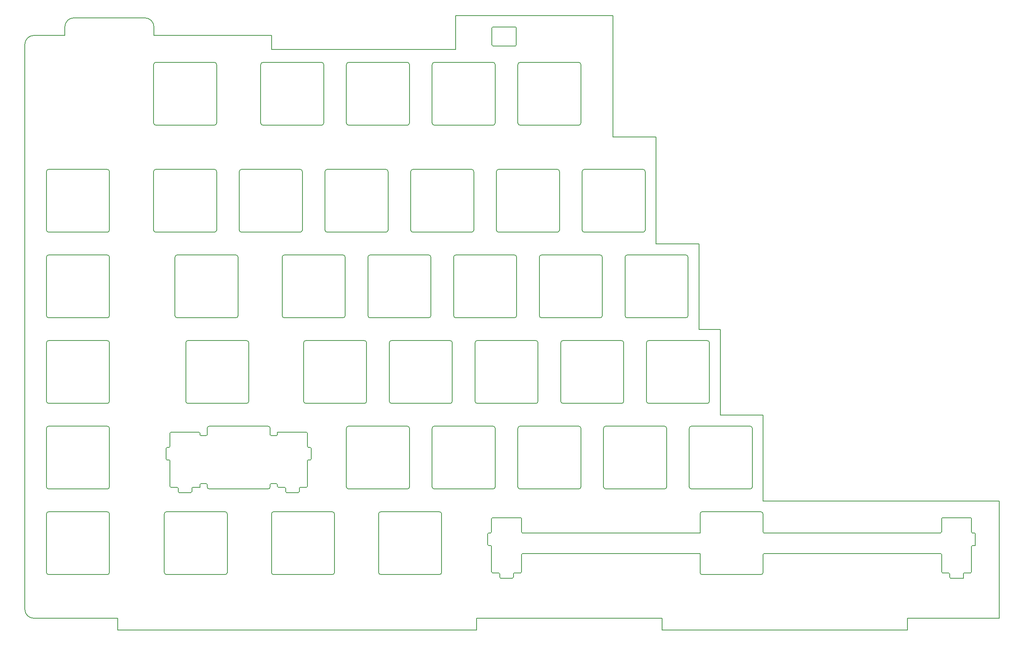
<source format=gbr>
%TF.GenerationSoftware,KiCad,Pcbnew,8.0.4*%
%TF.CreationDate,2024-10-30T12:37:52-05:00*%
%TF.ProjectId,numlocked_left_plate,6e756d6c-6f63-46b6-9564-5f6c6566745f,rev?*%
%TF.SameCoordinates,Original*%
%TF.FileFunction,Profile,NP*%
%FSLAX46Y46*%
G04 Gerber Fmt 4.6, Leading zero omitted, Abs format (unit mm)*
G04 Created by KiCad (PCBNEW 8.0.4) date 2024-10-30 12:37:52*
%MOMM*%
%LPD*%
G01*
G04 APERTURE LIST*
%TA.AperFunction,Profile*%
%ADD10C,0.200000*%
%TD*%
G04 APERTURE END LIST*
D10*
X62666350Y-125153972D02*
X62666350Y-119458128D01*
X62866400Y-125358500D02*
G75*
G02*
X62666347Y-125153972I100J200200D01*
G01*
X64269600Y-125358500D02*
X62866400Y-125358500D01*
X64269600Y-125358500D02*
G75*
G02*
X64469748Y-125554128I0J-200200D01*
G01*
X64469750Y-126322372D02*
X64469750Y-125554128D01*
X64669800Y-126526900D02*
G75*
G02*
X64469747Y-126322372I100J200200D01*
G01*
X67317750Y-126526900D02*
X64669800Y-126526900D01*
X67517750Y-126326900D02*
G75*
G02*
X67317750Y-126526850I-199950J0D01*
G01*
X67517750Y-125558500D02*
X67517750Y-126326900D01*
X67517750Y-125558500D02*
G75*
G02*
X67717750Y-125358550I199950J0D01*
G01*
X69321150Y-125358500D02*
X67717750Y-125358500D01*
X69321150Y-124771100D02*
X69321150Y-125358500D01*
X69321150Y-124771100D02*
G75*
G02*
X69521150Y-124571150I199950J0D01*
G01*
X70731600Y-124571100D02*
X69521150Y-124571100D01*
X70731600Y-124571100D02*
G75*
G02*
X70931748Y-124766728I0J-200200D01*
G01*
X70931750Y-125247400D02*
X70931750Y-124766728D01*
X71431800Y-125754500D02*
G75*
G02*
X70931748Y-125247400I100J500200D01*
G01*
X84431750Y-125754500D02*
X71431800Y-125754500D01*
X84931750Y-125254500D02*
G75*
G02*
X84431750Y-125754450I-499950J0D01*
G01*
X84931750Y-124771100D02*
X84931750Y-125254500D01*
X84931750Y-124771100D02*
G75*
G02*
X85131750Y-124571150I199950J0D01*
G01*
X86342200Y-124571100D02*
X85131750Y-124571100D01*
X86342200Y-124571100D02*
G75*
G02*
X86542348Y-124766728I0J-200200D01*
G01*
X86542350Y-125153972D02*
X86542350Y-124766728D01*
X86742400Y-125358500D02*
G75*
G02*
X86542347Y-125153972I100J200200D01*
G01*
X88145600Y-125358500D02*
X86742400Y-125358500D01*
X88145600Y-125358500D02*
G75*
G02*
X88345748Y-125554128I0J-200200D01*
G01*
X88345750Y-126322372D02*
X88345750Y-125554128D01*
X88545800Y-126526900D02*
G75*
G02*
X88345747Y-126322372I100J200200D01*
G01*
X91193750Y-126526900D02*
X88545800Y-126526900D01*
X91393750Y-126326900D02*
G75*
G02*
X91193750Y-126526850I-199950J0D01*
G01*
X91393750Y-125558500D02*
X91393750Y-126326900D01*
X91393750Y-125558500D02*
G75*
G02*
X91593750Y-125358550I199950J0D01*
G01*
X92997150Y-125358500D02*
X91593750Y-125358500D01*
X93197150Y-125158500D02*
G75*
G02*
X92997150Y-125358450I-199950J0D01*
G01*
X93197150Y-119462500D02*
X93197150Y-125158500D01*
X93197150Y-119462500D02*
G75*
G02*
X93397150Y-119262550I199950J0D01*
G01*
X93860750Y-119262500D02*
X93397150Y-119262500D01*
X94060750Y-119062500D02*
G75*
G02*
X93860750Y-119262450I-199950J0D01*
G01*
X94060750Y-116673072D02*
X94060750Y-119062500D01*
X93860700Y-116468500D02*
G75*
G02*
X94060752Y-116673072I-100J-200200D01*
G01*
X93397300Y-116468500D02*
X93860700Y-116468500D01*
X93397300Y-116468500D02*
G75*
G02*
X93197151Y-116272828I0J200200D01*
G01*
X93197150Y-113269472D02*
X93197150Y-116272828D01*
X92997100Y-113064900D02*
G75*
G02*
X93197152Y-113269472I-100J-200200D01*
G01*
X86542350Y-113064900D02*
X92997100Y-113064900D01*
X86542350Y-113677700D02*
X86542350Y-113064900D01*
X86542350Y-113677700D02*
G75*
G02*
X86342350Y-113877650I-199950J0D01*
G01*
X85131900Y-113877700D02*
X86342350Y-113877700D01*
X85131900Y-113877700D02*
G75*
G02*
X84931751Y-113682028I0J200200D01*
G01*
X84931750Y-112261671D02*
X84931750Y-113682028D01*
X84431700Y-111754500D02*
G75*
G02*
X84931751Y-112261671I-100J-500200D01*
G01*
X71431750Y-111754500D02*
X84431700Y-111754500D01*
X70931750Y-112254500D02*
G75*
G02*
X71431750Y-111754550I499950J0D01*
G01*
X70931750Y-113677700D02*
X70931750Y-112254500D01*
X70931750Y-113677700D02*
G75*
G02*
X70731750Y-113877650I-199950J0D01*
G01*
X69521300Y-113877700D02*
X70731750Y-113877700D01*
X69521300Y-113877700D02*
G75*
G02*
X69321151Y-113682028I0J200200D01*
G01*
X69321150Y-113269472D02*
X69321150Y-113682028D01*
X69121100Y-113064900D02*
G75*
G02*
X69321152Y-113269472I-100J-200200D01*
G01*
X62866350Y-113064900D02*
X69121100Y-113064900D01*
X62666350Y-113264900D02*
G75*
G02*
X62866350Y-113064950I199950J0D01*
G01*
X62666350Y-116268500D02*
X62666350Y-113264900D01*
X62666350Y-116268500D02*
G75*
G02*
X62466350Y-116468450I-199950J0D01*
G01*
X62002750Y-116468500D02*
X62466350Y-116468500D01*
X61802750Y-116668500D02*
G75*
G02*
X62002750Y-116468550I199950J0D01*
G01*
X61802750Y-119057972D02*
X61802750Y-116668500D01*
X62002800Y-119262500D02*
G75*
G02*
X61802747Y-119057972I100J200200D01*
G01*
X62466200Y-119262500D02*
X62002800Y-119262500D01*
X62466200Y-119262500D02*
G75*
G02*
X62666348Y-119458128I0J-200200D01*
G01*
X134409000Y-27130000D02*
G75*
G02*
X134209000Y-26930000I0J200000D01*
G01*
X139447000Y-27130000D02*
X134409000Y-27130000D01*
X139647000Y-26930000D02*
G75*
G02*
X139447000Y-27130000I-200000J0D01*
G01*
X139647000Y-23130000D02*
X139647000Y-26930000D01*
X139447000Y-22930000D02*
G75*
G02*
X139647000Y-23130000I0J-200000D01*
G01*
X134409000Y-22930000D02*
X139447000Y-22930000D01*
X134209000Y-23130000D02*
G75*
G02*
X134409000Y-22930000I200000J0D01*
G01*
X134209000Y-26930000D02*
X134209000Y-23130000D01*
X109031750Y-131304500D02*
G75*
G02*
X109531750Y-130804550I499950J0D01*
G01*
X109031750Y-144297400D02*
X109031750Y-131304500D01*
X109531800Y-144804500D02*
G75*
G02*
X109031748Y-144297400I100J500200D01*
G01*
X122531750Y-144804500D02*
X109531800Y-144804500D01*
X123031750Y-144304500D02*
G75*
G02*
X122531750Y-144804450I-499950J0D01*
G01*
X123031750Y-131311671D02*
X123031750Y-144304500D01*
X122531700Y-130804500D02*
G75*
G02*
X123031751Y-131311671I-100J-500200D01*
G01*
X109531750Y-130804500D02*
X122531700Y-130804500D01*
X85219250Y-131304500D02*
G75*
G02*
X85719250Y-130804550I499950J0D01*
G01*
X85219250Y-144297400D02*
X85219250Y-131304500D01*
X85719300Y-144804500D02*
G75*
G02*
X85219248Y-144297400I100J500200D01*
G01*
X98719250Y-144804500D02*
X85719300Y-144804500D01*
X99219250Y-144304500D02*
G75*
G02*
X98719250Y-144804450I-499950J0D01*
G01*
X99219250Y-131311671D02*
X99219250Y-144304500D01*
X98719200Y-130804500D02*
G75*
G02*
X99219251Y-131311671I-100J-500200D01*
G01*
X85719250Y-130804500D02*
X98719200Y-130804500D01*
X61406750Y-131304500D02*
G75*
G02*
X61906750Y-130804550I499950J0D01*
G01*
X61406750Y-144297400D02*
X61406750Y-131304500D01*
X61906800Y-144804500D02*
G75*
G02*
X61406748Y-144297400I100J500200D01*
G01*
X74906750Y-144804500D02*
X61906800Y-144804500D01*
X75406750Y-144304500D02*
G75*
G02*
X74906750Y-144804450I-499950J0D01*
G01*
X75406750Y-131311671D02*
X75406750Y-144304500D01*
X74906600Y-130804500D02*
G75*
G02*
X75406751Y-131311671I0J-500200D01*
G01*
X61906750Y-130804500D02*
X74906600Y-130804500D01*
X35213000Y-131304500D02*
G75*
G02*
X35713000Y-130804500I500000J0D01*
G01*
X35213000Y-144304500D02*
X35213000Y-131304500D01*
X35713000Y-144804500D02*
G75*
G02*
X35213000Y-144304500I0J500000D01*
G01*
X48713000Y-144804500D02*
X35713000Y-144804500D01*
X49213000Y-144304500D02*
G75*
G02*
X48713000Y-144804500I-500000J0D01*
G01*
X49213000Y-131304500D02*
X49213000Y-144304500D01*
X48713000Y-130804500D02*
G75*
G02*
X49213000Y-131304500I0J-500000D01*
G01*
X35713000Y-130804500D02*
X48713000Y-130804500D01*
X178088000Y-112254500D02*
G75*
G02*
X178588000Y-111754500I500000J0D01*
G01*
X178088000Y-125254500D02*
X178088000Y-112254500D01*
X178588000Y-125754500D02*
G75*
G02*
X178088000Y-125254500I0J500000D01*
G01*
X191588000Y-125754500D02*
X178588000Y-125754500D01*
X192088000Y-125254500D02*
G75*
G02*
X191588000Y-125754500I-500000J0D01*
G01*
X192088000Y-112254500D02*
X192088000Y-125254500D01*
X191588000Y-111754500D02*
G75*
G02*
X192088000Y-112254500I0J-500000D01*
G01*
X178588000Y-111754500D02*
X191588000Y-111754500D01*
X159038000Y-112254500D02*
G75*
G02*
X159538000Y-111754500I500000J0D01*
G01*
X159038000Y-125254500D02*
X159038000Y-112254500D01*
X159538000Y-125754500D02*
G75*
G02*
X159038000Y-125254500I0J500000D01*
G01*
X172538000Y-125754500D02*
X159538000Y-125754500D01*
X173038000Y-125254500D02*
G75*
G02*
X172538000Y-125754500I-500000J0D01*
G01*
X173038000Y-112254500D02*
X173038000Y-125254500D01*
X172538000Y-111754500D02*
G75*
G02*
X173038000Y-112254500I0J-500000D01*
G01*
X159538000Y-111754500D02*
X172538000Y-111754500D01*
X139988000Y-112254500D02*
G75*
G02*
X140488000Y-111754500I500000J0D01*
G01*
X139988000Y-125254500D02*
X139988000Y-112254500D01*
X140488000Y-125754500D02*
G75*
G02*
X139988000Y-125254500I0J500000D01*
G01*
X153488000Y-125754500D02*
X140488000Y-125754500D01*
X153988000Y-125254500D02*
G75*
G02*
X153488000Y-125754500I-500000J0D01*
G01*
X153988000Y-112254500D02*
X153988000Y-125254500D01*
X153488000Y-111754500D02*
G75*
G02*
X153988000Y-112254500I0J-500000D01*
G01*
X140488000Y-111754500D02*
X153488000Y-111754500D01*
X120938000Y-112254500D02*
G75*
G02*
X121438000Y-111754500I500000J0D01*
G01*
X120938000Y-125254500D02*
X120938000Y-112254500D01*
X121438000Y-125754500D02*
G75*
G02*
X120938000Y-125254500I0J500000D01*
G01*
X134438000Y-125754500D02*
X121438000Y-125754500D01*
X134938000Y-125254500D02*
G75*
G02*
X134438000Y-125754500I-500000J0D01*
G01*
X134938000Y-112254500D02*
X134938000Y-125254500D01*
X134438000Y-111754500D02*
G75*
G02*
X134938000Y-112254500I0J-500000D01*
G01*
X121438000Y-111754500D02*
X134438000Y-111754500D01*
X101888000Y-112254500D02*
G75*
G02*
X102388000Y-111754500I500000J0D01*
G01*
X101888000Y-125254500D02*
X101888000Y-112254500D01*
X102388000Y-125754500D02*
G75*
G02*
X101888000Y-125254500I0J500000D01*
G01*
X115388000Y-125754500D02*
X102388000Y-125754500D01*
X115888000Y-125254500D02*
G75*
G02*
X115388000Y-125754500I-500000J0D01*
G01*
X115888000Y-112254500D02*
X115888000Y-125254500D01*
X115388000Y-111754500D02*
G75*
G02*
X115888000Y-112254500I0J-500000D01*
G01*
X102388000Y-111754500D02*
X115388000Y-111754500D01*
X35213000Y-112254500D02*
G75*
G02*
X35713000Y-111754500I500000J0D01*
G01*
X35213000Y-125254500D02*
X35213000Y-112254500D01*
X35713000Y-125754500D02*
G75*
G02*
X35213000Y-125254500I0J500000D01*
G01*
X48713000Y-125754500D02*
X35713000Y-125754500D01*
X49213000Y-125254500D02*
G75*
G02*
X48713000Y-125754500I-500000J0D01*
G01*
X49213000Y-112254500D02*
X49213000Y-125254500D01*
X48713000Y-111754500D02*
G75*
G02*
X49213000Y-112254500I0J-500000D01*
G01*
X35713000Y-111754500D02*
X48713000Y-111754500D01*
X168563000Y-93204500D02*
G75*
G02*
X169063000Y-92704500I500000J0D01*
G01*
X168563000Y-106204500D02*
X168563000Y-93204500D01*
X169063000Y-106704500D02*
G75*
G02*
X168563000Y-106204500I0J500000D01*
G01*
X182063000Y-106704500D02*
X169063000Y-106704500D01*
X182563000Y-106204500D02*
G75*
G02*
X182063000Y-106704500I-500000J0D01*
G01*
X182563000Y-93204500D02*
X182563000Y-106204500D01*
X182063000Y-92704500D02*
G75*
G02*
X182563000Y-93204500I0J-500000D01*
G01*
X169063000Y-92704500D02*
X182063000Y-92704500D01*
X149513000Y-93204500D02*
G75*
G02*
X150013000Y-92704500I500000J0D01*
G01*
X149513000Y-106204500D02*
X149513000Y-93204500D01*
X150013000Y-106704500D02*
G75*
G02*
X149513000Y-106204500I0J500000D01*
G01*
X163013000Y-106704500D02*
X150013000Y-106704500D01*
X163513000Y-106204500D02*
G75*
G02*
X163013000Y-106704500I-500000J0D01*
G01*
X163513000Y-93204500D02*
X163513000Y-106204500D01*
X163013000Y-92704500D02*
G75*
G02*
X163513000Y-93204500I0J-500000D01*
G01*
X150013000Y-92704500D02*
X163013000Y-92704500D01*
X130463000Y-93204500D02*
G75*
G02*
X130963000Y-92704500I500000J0D01*
G01*
X130463000Y-106204500D02*
X130463000Y-93204500D01*
X130963000Y-106704500D02*
G75*
G02*
X130463000Y-106204500I0J500000D01*
G01*
X143963000Y-106704500D02*
X130963000Y-106704500D01*
X144463000Y-106204500D02*
G75*
G02*
X143963000Y-106704500I-500000J0D01*
G01*
X144463000Y-93204500D02*
X144463000Y-106204500D01*
X143963000Y-92704500D02*
G75*
G02*
X144463000Y-93204500I0J-500000D01*
G01*
X130963000Y-92704500D02*
X143963000Y-92704500D01*
X111413000Y-93204500D02*
G75*
G02*
X111913000Y-92704500I500000J0D01*
G01*
X111413000Y-106204500D02*
X111413000Y-93204500D01*
X111913000Y-106704500D02*
G75*
G02*
X111413000Y-106204500I0J500000D01*
G01*
X124913000Y-106704500D02*
X111913000Y-106704500D01*
X125413000Y-106204500D02*
G75*
G02*
X124913000Y-106704500I-500000J0D01*
G01*
X125413000Y-93204500D02*
X125413000Y-106204500D01*
X124913000Y-92704500D02*
G75*
G02*
X125413000Y-93204500I0J-500000D01*
G01*
X111913000Y-92704500D02*
X124913000Y-92704500D01*
X92363000Y-93204500D02*
G75*
G02*
X92863000Y-92704500I500000J0D01*
G01*
X92363000Y-106204500D02*
X92363000Y-93204500D01*
X92863000Y-106704500D02*
G75*
G02*
X92363000Y-106204500I0J500000D01*
G01*
X105863000Y-106704500D02*
X92863000Y-106704500D01*
X106363000Y-106204500D02*
G75*
G02*
X105863000Y-106704500I-500000J0D01*
G01*
X106363000Y-93204500D02*
X106363000Y-106204500D01*
X105863000Y-92704500D02*
G75*
G02*
X106363000Y-93204500I0J-500000D01*
G01*
X92863000Y-92704500D02*
X105863000Y-92704500D01*
X66169250Y-93204500D02*
G75*
G02*
X66669250Y-92704550I499950J0D01*
G01*
X66169250Y-106197400D02*
X66169250Y-93204500D01*
X66669300Y-106704500D02*
G75*
G02*
X66169248Y-106197400I100J500200D01*
G01*
X79669250Y-106704500D02*
X66669300Y-106704500D01*
X80169250Y-106204500D02*
G75*
G02*
X79669250Y-106704450I-499950J0D01*
G01*
X80169250Y-93211671D02*
X80169250Y-106204500D01*
X79669200Y-92704500D02*
G75*
G02*
X80169251Y-93211671I-100J-500200D01*
G01*
X66669250Y-92704500D02*
X79669200Y-92704500D01*
X35213000Y-93204500D02*
G75*
G02*
X35713000Y-92704500I500000J0D01*
G01*
X35213000Y-106204500D02*
X35213000Y-93204500D01*
X35713000Y-106704500D02*
G75*
G02*
X35213000Y-106204500I0J500000D01*
G01*
X48713000Y-106704500D02*
X35713000Y-106704500D01*
X49213000Y-106204500D02*
G75*
G02*
X48713000Y-106704500I-500000J0D01*
G01*
X49213000Y-93204500D02*
X49213000Y-106204500D01*
X48713000Y-92704500D02*
G75*
G02*
X49213000Y-93204500I0J-500000D01*
G01*
X35713000Y-92704500D02*
X48713000Y-92704500D01*
X163800500Y-74154500D02*
G75*
G02*
X164300500Y-73654500I500000J0D01*
G01*
X163800500Y-87154500D02*
X163800500Y-74154500D01*
X164300500Y-87654500D02*
G75*
G02*
X163800500Y-87154500I0J500000D01*
G01*
X177300500Y-87654500D02*
X164300500Y-87654500D01*
X177800500Y-87154500D02*
G75*
G02*
X177300500Y-87654500I-500000J0D01*
G01*
X177800500Y-74154500D02*
X177800500Y-87154500D01*
X177300500Y-73654500D02*
G75*
G02*
X177800500Y-74154500I0J-500000D01*
G01*
X164300500Y-73654500D02*
X177300500Y-73654500D01*
X144750500Y-74154500D02*
G75*
G02*
X145250500Y-73654500I500000J0D01*
G01*
X144750500Y-87154500D02*
X144750500Y-74154500D01*
X145250500Y-87654500D02*
G75*
G02*
X144750500Y-87154500I0J500000D01*
G01*
X158250500Y-87654500D02*
X145250500Y-87654500D01*
X158750500Y-87154500D02*
G75*
G02*
X158250500Y-87654500I-500000J0D01*
G01*
X158750500Y-74154500D02*
X158750500Y-87154500D01*
X158250500Y-73654500D02*
G75*
G02*
X158750500Y-74154500I0J-500000D01*
G01*
X145250500Y-73654500D02*
X158250500Y-73654500D01*
X125700500Y-74154500D02*
G75*
G02*
X126200500Y-73654500I500000J0D01*
G01*
X125700500Y-87154500D02*
X125700500Y-74154500D01*
X126200500Y-87654500D02*
G75*
G02*
X125700500Y-87154500I0J500000D01*
G01*
X139200500Y-87654500D02*
X126200500Y-87654500D01*
X139700500Y-87154500D02*
G75*
G02*
X139200500Y-87654500I-500000J0D01*
G01*
X139700500Y-74154500D02*
X139700500Y-87154500D01*
X139200500Y-73654500D02*
G75*
G02*
X139700500Y-74154500I0J-500000D01*
G01*
X126200500Y-73654500D02*
X139200500Y-73654500D01*
X106650500Y-74154500D02*
G75*
G02*
X107150500Y-73654500I500000J0D01*
G01*
X106650500Y-87154500D02*
X106650500Y-74154500D01*
X107150500Y-87654500D02*
G75*
G02*
X106650500Y-87154500I0J500000D01*
G01*
X120150500Y-87654500D02*
X107150500Y-87654500D01*
X120650500Y-87154500D02*
G75*
G02*
X120150500Y-87654500I-500000J0D01*
G01*
X120650500Y-74154500D02*
X120650500Y-87154500D01*
X120150500Y-73654500D02*
G75*
G02*
X120650500Y-74154500I0J-500000D01*
G01*
X107150500Y-73654500D02*
X120150500Y-73654500D01*
X87600500Y-74154500D02*
G75*
G02*
X88100500Y-73654500I500000J0D01*
G01*
X87600500Y-87154500D02*
X87600500Y-74154500D01*
X88100500Y-87654500D02*
G75*
G02*
X87600500Y-87154500I0J500000D01*
G01*
X101100500Y-87654500D02*
X88100500Y-87654500D01*
X101600500Y-87154500D02*
G75*
G02*
X101100500Y-87654500I-500000J0D01*
G01*
X101600500Y-74154500D02*
X101600500Y-87154500D01*
X101100500Y-73654500D02*
G75*
G02*
X101600500Y-74154500I0J-500000D01*
G01*
X88100500Y-73654500D02*
X101100500Y-73654500D01*
X63788000Y-74154500D02*
G75*
G02*
X64288000Y-73654500I500000J0D01*
G01*
X63788000Y-87154500D02*
X63788000Y-74154500D01*
X64288000Y-87654500D02*
G75*
G02*
X63788000Y-87154500I0J500000D01*
G01*
X77288000Y-87654500D02*
X64288000Y-87654500D01*
X77788000Y-87154500D02*
G75*
G02*
X77288000Y-87654500I-500000J0D01*
G01*
X77788000Y-74154500D02*
X77788000Y-87154500D01*
X77288000Y-73654500D02*
G75*
G02*
X77788000Y-74154500I0J-500000D01*
G01*
X64288000Y-73654500D02*
X77288000Y-73654500D01*
X35213000Y-74154500D02*
G75*
G02*
X35713000Y-73654500I500000J0D01*
G01*
X35213000Y-87154500D02*
X35213000Y-74154500D01*
X35713000Y-87654500D02*
G75*
G02*
X35213000Y-87154500I0J500000D01*
G01*
X48713000Y-87654500D02*
X35713000Y-87654500D01*
X49213000Y-87154500D02*
G75*
G02*
X48713000Y-87654500I-500000J0D01*
G01*
X49213000Y-74154500D02*
X49213000Y-87154500D01*
X48713000Y-73654500D02*
G75*
G02*
X49213000Y-74154500I0J-500000D01*
G01*
X35713000Y-73654500D02*
X48713000Y-73654500D01*
X154275500Y-55104500D02*
G75*
G02*
X154775500Y-54604500I500000J0D01*
G01*
X154275500Y-68104500D02*
X154275500Y-55104500D01*
X154775500Y-68604500D02*
G75*
G02*
X154275500Y-68104500I0J500000D01*
G01*
X167775500Y-68604500D02*
X154775500Y-68604500D01*
X168275500Y-68104500D02*
G75*
G02*
X167775500Y-68604500I-500000J0D01*
G01*
X168275500Y-55104500D02*
X168275500Y-68104500D01*
X167775500Y-54604500D02*
G75*
G02*
X168275500Y-55104500I0J-500000D01*
G01*
X154775500Y-54604500D02*
X167775500Y-54604500D01*
X135225500Y-55104500D02*
G75*
G02*
X135725500Y-54604500I500000J0D01*
G01*
X135225500Y-68104500D02*
X135225500Y-55104500D01*
X135725500Y-68604500D02*
G75*
G02*
X135225500Y-68104500I0J500000D01*
G01*
X148725500Y-68604500D02*
X135725500Y-68604500D01*
X149225500Y-68104500D02*
G75*
G02*
X148725500Y-68604500I-500000J0D01*
G01*
X149225500Y-55104500D02*
X149225500Y-68104500D01*
X148725500Y-54604500D02*
G75*
G02*
X149225500Y-55104500I0J-500000D01*
G01*
X135725500Y-54604500D02*
X148725500Y-54604500D01*
X116175500Y-55104500D02*
G75*
G02*
X116675500Y-54604500I500000J0D01*
G01*
X116175500Y-68104500D02*
X116175500Y-55104500D01*
X116675500Y-68604500D02*
G75*
G02*
X116175500Y-68104500I0J500000D01*
G01*
X129675500Y-68604500D02*
X116675500Y-68604500D01*
X130175500Y-68104500D02*
G75*
G02*
X129675500Y-68604500I-500000J0D01*
G01*
X130175500Y-55104500D02*
X130175500Y-68104500D01*
X129675500Y-54604500D02*
G75*
G02*
X130175500Y-55104500I0J-500000D01*
G01*
X116675500Y-54604500D02*
X129675500Y-54604500D01*
X97125500Y-55104500D02*
G75*
G02*
X97625500Y-54604500I500000J0D01*
G01*
X97125500Y-68104500D02*
X97125500Y-55104500D01*
X97625500Y-68604500D02*
G75*
G02*
X97125500Y-68104500I0J500000D01*
G01*
X110625500Y-68604500D02*
X97625500Y-68604500D01*
X111125500Y-68104500D02*
G75*
G02*
X110625500Y-68604500I-500000J0D01*
G01*
X111125500Y-55104500D02*
X111125500Y-68104500D01*
X110625500Y-54604500D02*
G75*
G02*
X111125500Y-55104500I0J-500000D01*
G01*
X97625500Y-54604500D02*
X110625500Y-54604500D01*
X78075500Y-55104500D02*
G75*
G02*
X78575500Y-54604500I500000J0D01*
G01*
X78075500Y-68104500D02*
X78075500Y-55104500D01*
X78575500Y-68604500D02*
G75*
G02*
X78075500Y-68104500I0J500000D01*
G01*
X91575500Y-68604500D02*
X78575500Y-68604500D01*
X92075500Y-68104500D02*
G75*
G02*
X91575500Y-68604500I-500000J0D01*
G01*
X92075500Y-55104500D02*
X92075500Y-68104500D01*
X91575500Y-54604500D02*
G75*
G02*
X92075500Y-55104500I0J-500000D01*
G01*
X78575500Y-54604500D02*
X91575500Y-54604500D01*
X59025500Y-55104500D02*
G75*
G02*
X59525500Y-54604500I500000J0D01*
G01*
X59025500Y-68104500D02*
X59025500Y-55104500D01*
X59525500Y-68604500D02*
G75*
G02*
X59025500Y-68104500I0J500000D01*
G01*
X72525500Y-68604500D02*
X59525500Y-68604500D01*
X73025500Y-68104500D02*
G75*
G02*
X72525500Y-68604500I-500000J0D01*
G01*
X73025500Y-55104500D02*
X73025500Y-68104500D01*
X72525500Y-54604500D02*
G75*
G02*
X73025500Y-55104500I0J-500000D01*
G01*
X59525500Y-54604500D02*
X72525500Y-54604500D01*
X35213000Y-55104500D02*
G75*
G02*
X35713000Y-54604500I500000J0D01*
G01*
X35213000Y-68104500D02*
X35213000Y-55104500D01*
X35713000Y-68604500D02*
G75*
G02*
X35213000Y-68104500I0J500000D01*
G01*
X48713000Y-68604500D02*
X35713000Y-68604500D01*
X49213000Y-68104500D02*
G75*
G02*
X48713000Y-68604500I-500000J0D01*
G01*
X49213000Y-55104500D02*
X49213000Y-68104500D01*
X48713000Y-54604500D02*
G75*
G02*
X49213000Y-55104500I0J-500000D01*
G01*
X35713000Y-54604500D02*
X48713000Y-54604500D01*
X139988000Y-31292000D02*
G75*
G02*
X140488000Y-30792000I500000J0D01*
G01*
X139988000Y-44292000D02*
X139988000Y-31292000D01*
X140488000Y-44792000D02*
G75*
G02*
X139988000Y-44292000I0J500000D01*
G01*
X153488000Y-44792000D02*
X140488000Y-44792000D01*
X153988000Y-44292000D02*
G75*
G02*
X153488000Y-44792000I-500000J0D01*
G01*
X153988000Y-31292000D02*
X153988000Y-44292000D01*
X153488000Y-30792000D02*
G75*
G02*
X153988000Y-31292000I0J-500000D01*
G01*
X140488000Y-30792000D02*
X153488000Y-30792000D01*
X120938000Y-31292000D02*
G75*
G02*
X121438000Y-30792000I500000J0D01*
G01*
X120938000Y-44292000D02*
X120938000Y-31292000D01*
X121438000Y-44792000D02*
G75*
G02*
X120938000Y-44292000I0J500000D01*
G01*
X134438000Y-44792000D02*
X121438000Y-44792000D01*
X134938000Y-44292000D02*
G75*
G02*
X134438000Y-44792000I-500000J0D01*
G01*
X134938000Y-31292000D02*
X134938000Y-44292000D01*
X134438000Y-30792000D02*
G75*
G02*
X134938000Y-31292000I0J-500000D01*
G01*
X121438000Y-30792000D02*
X134438000Y-30792000D01*
X101888000Y-31292000D02*
G75*
G02*
X102388000Y-30792000I500000J0D01*
G01*
X101888000Y-44292000D02*
X101888000Y-31292000D01*
X102388000Y-44792000D02*
G75*
G02*
X101888000Y-44292000I0J500000D01*
G01*
X115388000Y-44792000D02*
X102388000Y-44792000D01*
X115888000Y-44292000D02*
G75*
G02*
X115388000Y-44792000I-500000J0D01*
G01*
X115888000Y-31292000D02*
X115888000Y-44292000D01*
X115388000Y-30792000D02*
G75*
G02*
X115888000Y-31292000I0J-500000D01*
G01*
X102388000Y-30792000D02*
X115388000Y-30792000D01*
X82838000Y-31292000D02*
G75*
G02*
X83338000Y-30792000I500000J0D01*
G01*
X82838000Y-44292000D02*
X82838000Y-31292000D01*
X83338000Y-44792000D02*
G75*
G02*
X82838000Y-44292000I0J500000D01*
G01*
X96338000Y-44792000D02*
X83338000Y-44792000D01*
X96838000Y-44292000D02*
G75*
G02*
X96338000Y-44792000I-500000J0D01*
G01*
X96838000Y-31292000D02*
X96838000Y-44292000D01*
X96338000Y-30792000D02*
G75*
G02*
X96838000Y-31292000I0J-500000D01*
G01*
X83338000Y-30792000D02*
X96338000Y-30792000D01*
X59025500Y-31292000D02*
G75*
G02*
X59525500Y-30792000I500000J0D01*
G01*
X59025500Y-44292000D02*
X59025500Y-31292000D01*
X59525500Y-44792000D02*
G75*
G02*
X59025500Y-44292000I0J500000D01*
G01*
X72525500Y-44792000D02*
X59525500Y-44792000D01*
X73025500Y-44292000D02*
G75*
G02*
X72525500Y-44792000I-500000J0D01*
G01*
X73025500Y-31292000D02*
X73025500Y-44292000D01*
X72525500Y-30792000D02*
G75*
G02*
X73025500Y-31292000I0J-500000D01*
G01*
X59525500Y-30792000D02*
X72525500Y-30792000D01*
X30407000Y-26799999D02*
X30407000Y-152512501D01*
X30407000Y-26799999D02*
G75*
G02*
X32406999Y-24800000I1999999J0D01*
G01*
X39300000Y-24800000D02*
X32406999Y-24800000D01*
X39300000Y-22900000D02*
X39300000Y-24800000D01*
X39300000Y-22900000D02*
G75*
G02*
X41300000Y-20900000I2000000J0D01*
G01*
X57100000Y-20900000D02*
X41300000Y-20900000D01*
X57100000Y-20900000D02*
G75*
G02*
X59100000Y-22900000I0J-2000000D01*
G01*
X59100000Y-24800000D02*
X59100000Y-22900000D01*
X85270000Y-24800000D02*
X59100000Y-24800000D01*
X85270000Y-27967000D02*
X85270000Y-24800000D01*
X126151000Y-27967000D02*
X85270000Y-27967000D01*
X126151000Y-20412000D02*
X126151000Y-27967000D01*
X161151000Y-20412000D02*
X126151000Y-20412000D01*
X161151000Y-47416500D02*
X161151000Y-20412000D01*
X170700500Y-47416500D02*
X161151000Y-47416500D01*
X170700500Y-71229500D02*
X170700500Y-47416500D01*
X180225500Y-71229500D02*
X170700500Y-71229500D01*
X180225500Y-90279500D02*
X180225500Y-71229500D01*
X184988000Y-90279500D02*
X180225500Y-90279500D01*
X184988000Y-109329500D02*
X184988000Y-90279500D01*
X194513250Y-109329500D02*
X184988000Y-109329500D01*
X194513250Y-128403500D02*
X194513250Y-109329500D01*
X247000500Y-128403500D02*
X194513250Y-128403500D01*
X247000500Y-154512500D02*
X247000500Y-128403500D01*
X226525750Y-154512500D02*
X247000500Y-154512500D01*
X226525750Y-157162500D02*
X226525750Y-154512500D01*
X171999750Y-157162500D02*
X226525750Y-157162500D01*
X171999750Y-154512500D02*
X171999750Y-157162500D01*
X130799750Y-154512500D02*
X171999750Y-154512500D01*
X130799750Y-157162500D02*
X130799750Y-154512500D01*
X51031750Y-157162500D02*
X130799750Y-157162500D01*
X51031750Y-154512500D02*
X51031750Y-157162500D01*
X32406999Y-154512500D02*
X51031750Y-154512500D01*
X32406999Y-154512500D02*
G75*
G02*
X30407000Y-152512501I0J1999999D01*
G01*
X234141850Y-144203972D02*
X234141850Y-140300128D01*
X234342000Y-144408500D02*
G75*
G02*
X234141847Y-144203972I0J200200D01*
G01*
X235745200Y-144408500D02*
X234342000Y-144408500D01*
X235745200Y-144408500D02*
G75*
G02*
X235945248Y-144604128I-100J-200200D01*
G01*
X235945250Y-145372372D02*
X235945250Y-144604128D01*
X236145400Y-145576900D02*
G75*
G02*
X235945247Y-145372372I0J200200D01*
G01*
X238993250Y-145576900D02*
X236145400Y-145576900D01*
X238993250Y-144608500D02*
X238993250Y-145576900D01*
X238993250Y-144608500D02*
G75*
G02*
X239193250Y-144408550I199950J0D01*
G01*
X240596650Y-144408500D02*
X239193250Y-144408500D01*
X240796650Y-144208500D02*
G75*
G02*
X240596650Y-144408450I-199950J0D01*
G01*
X240796650Y-138512500D02*
X240796650Y-144208500D01*
X240796650Y-138512500D02*
G75*
G02*
X240996650Y-138312550I199950J0D01*
G01*
X241660250Y-138312500D02*
X240996650Y-138312500D01*
X241660250Y-135723072D02*
X241660250Y-138312500D01*
X241460100Y-135518500D02*
G75*
G02*
X241660252Y-135723072I0J-200200D01*
G01*
X240996700Y-135518500D02*
X241460100Y-135518500D01*
X240996700Y-135518500D02*
G75*
G02*
X240796651Y-135322828I100J200200D01*
G01*
X240796650Y-132319472D02*
X240796650Y-135322828D01*
X240596500Y-132114900D02*
G75*
G02*
X240796652Y-132319472I0J-200200D01*
G01*
X234341850Y-132114900D02*
X240596500Y-132114900D01*
X234141850Y-132314900D02*
G75*
G02*
X234341850Y-132114950I199950J0D01*
G01*
X234141850Y-135304500D02*
X234141850Y-132314900D01*
X234141850Y-135304500D02*
G75*
G02*
X233941850Y-135504450I-199950J0D01*
G01*
X194669300Y-135504500D02*
X233941850Y-135504500D01*
X194669300Y-135504500D02*
G75*
G02*
X194469251Y-135308828I100J200200D01*
G01*
X194469250Y-131311671D02*
X194469250Y-135308828D01*
X193969100Y-130804500D02*
G75*
G02*
X194469251Y-131311671I0J-500200D01*
G01*
X180969250Y-130804500D02*
X193969100Y-130804500D01*
X180469250Y-131304500D02*
G75*
G02*
X180969250Y-130804550I499950J0D01*
G01*
X180469250Y-135504500D02*
X180469250Y-131304500D01*
X140996700Y-135504500D02*
X180469250Y-135504500D01*
X140996700Y-135504500D02*
G75*
G02*
X140796651Y-135308828I100J200200D01*
G01*
X140796650Y-132319472D02*
X140796650Y-135308828D01*
X140596500Y-132114900D02*
G75*
G02*
X140796652Y-132319472I0J-200200D01*
G01*
X134341850Y-132114900D02*
X140596500Y-132114900D01*
X134141850Y-132314900D02*
G75*
G02*
X134341850Y-132114950I199950J0D01*
G01*
X134141850Y-135318500D02*
X134141850Y-132314900D01*
X134141850Y-135318500D02*
G75*
G02*
X133941850Y-135518450I-199950J0D01*
G01*
X133478250Y-135518500D02*
X133941850Y-135518500D01*
X133278250Y-135718500D02*
G75*
G02*
X133478250Y-135518550I199950J0D01*
G01*
X133278250Y-138107972D02*
X133278250Y-135718500D01*
X133478400Y-138312500D02*
G75*
G02*
X133278247Y-138107972I0J200200D01*
G01*
X133941800Y-138312500D02*
X133478400Y-138312500D01*
X133941800Y-138312500D02*
G75*
G02*
X134141848Y-138508128I-100J-200200D01*
G01*
X134141850Y-144203972D02*
X134141850Y-138508128D01*
X134342000Y-144408500D02*
G75*
G02*
X134141847Y-144203972I0J200200D01*
G01*
X135745200Y-144408500D02*
X134342000Y-144408500D01*
X135745200Y-144408500D02*
G75*
G02*
X135945248Y-144604128I-100J-200200D01*
G01*
X135945250Y-145372372D02*
X135945250Y-144604128D01*
X136145400Y-145576900D02*
G75*
G02*
X135945247Y-145372372I0J200200D01*
G01*
X138793250Y-145576900D02*
X136145400Y-145576900D01*
X138993250Y-145376900D02*
G75*
G02*
X138793250Y-145576850I-199950J0D01*
G01*
X138993250Y-144608500D02*
X138993250Y-145376900D01*
X138993250Y-144608500D02*
G75*
G02*
X139193250Y-144408550I199950J0D01*
G01*
X140596650Y-144408500D02*
X139193250Y-144408500D01*
X140796650Y-144208500D02*
G75*
G02*
X140596650Y-144408450I-199950J0D01*
G01*
X140796650Y-140304500D02*
X140796650Y-144208500D01*
X140796650Y-140304500D02*
G75*
G02*
X140996650Y-140104550I199950J0D01*
G01*
X180469250Y-140104500D02*
X140996650Y-140104500D01*
X180469250Y-144297400D02*
X180469250Y-140104500D01*
X180969400Y-144804500D02*
G75*
G02*
X180469248Y-144297400I0J500200D01*
G01*
X193969250Y-144804500D02*
X180969400Y-144804500D01*
X194469250Y-144304500D02*
G75*
G02*
X193969250Y-144804450I-499950J0D01*
G01*
X194469250Y-140304500D02*
X194469250Y-144304500D01*
X194469250Y-140304500D02*
G75*
G02*
X194669250Y-140104550I199950J0D01*
G01*
X233941800Y-140104500D02*
X194669250Y-140104500D01*
X233941800Y-140104500D02*
G75*
G02*
X234141848Y-140300128I-100J-200200D01*
G01*
M02*

</source>
